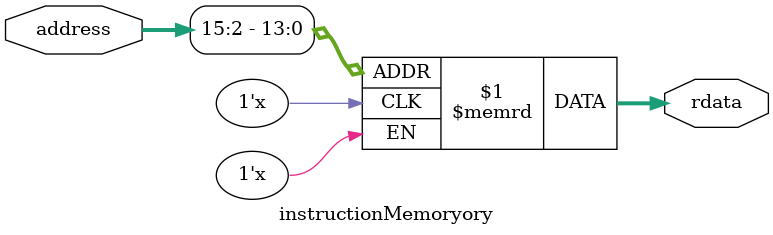
<source format=sv>
module instructionMemoryory(input logic [15:0] address, output logic [23:0] rdata);

    logic [23:0] ROM[255:0];

    initial begin
        // This route has to be absolute...
       // $readmemh("ROM.txt",ROM);
    end
    assign rdata = ROM[address[15:2]]; // Palabra alineada

endmodule
</source>
